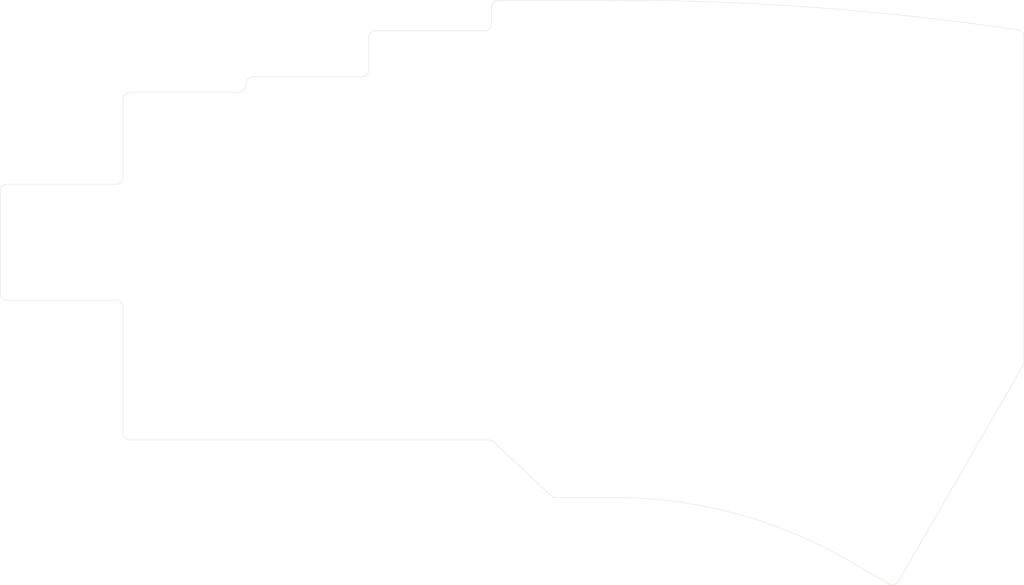
<source format=kicad_pcb>
(kicad_pcb (version 20171130) (host pcbnew "(5.1.10)-1")

  (general
    (thickness 1.6)
    (drawings 43)
    (tracks 0)
    (zones 0)
    (modules 5)
    (nets 1)
  )

  (page A4)
  (layers
    (0 F.Cu signal)
    (31 B.Cu signal)
    (32 B.Adhes user)
    (33 F.Adhes user)
    (34 B.Paste user)
    (35 F.Paste user)
    (36 B.SilkS user)
    (37 F.SilkS user)
    (38 B.Mask user)
    (39 F.Mask user)
    (40 Dwgs.User user)
    (41 Cmts.User user)
    (42 Eco1.User user)
    (43 Eco2.User user)
    (44 Edge.Cuts user)
    (45 Margin user)
    (46 B.CrtYd user)
    (47 F.CrtYd user)
    (48 B.Fab user)
    (49 F.Fab user)
  )

  (setup
    (last_trace_width 0.25)
    (trace_clearance 0.2)
    (zone_clearance 0.508)
    (zone_45_only no)
    (trace_min 0.2)
    (via_size 0.8)
    (via_drill 0.4)
    (via_min_size 0.4)
    (via_min_drill 0.3)
    (uvia_size 0.3)
    (uvia_drill 0.1)
    (uvias_allowed no)
    (uvia_min_size 0.2)
    (uvia_min_drill 0.1)
    (edge_width 0.05)
    (segment_width 0.2)
    (pcb_text_width 0.3)
    (pcb_text_size 1.5 1.5)
    (mod_edge_width 0.12)
    (mod_text_size 1 1)
    (mod_text_width 0.15)
    (pad_size 1.524 1.524)
    (pad_drill 0.762)
    (pad_to_mask_clearance 0)
    (aux_axis_origin 0 0)
    (grid_origin 104.958224 47.071539)
    (visible_elements FFFFFF7F)
    (pcbplotparams
      (layerselection 0x010fc_ffffffff)
      (usegerberextensions false)
      (usegerberattributes true)
      (usegerberadvancedattributes true)
      (creategerberjobfile true)
      (excludeedgelayer true)
      (linewidth 0.100000)
      (plotframeref false)
      (viasonmask false)
      (mode 1)
      (useauxorigin false)
      (hpglpennumber 1)
      (hpglpenspeed 20)
      (hpglpendiameter 15.000000)
      (psnegative false)
      (psa4output false)
      (plotreference true)
      (plotvalue true)
      (plotinvisibletext false)
      (padsonsilk false)
      (subtractmaskfromsilk false)
      (outputformat 1)
      (mirror false)
      (drillshape 0)
      (scaleselection 1)
      (outputdirectory "gerber"))
  )

  (net 0 "")

  (net_class Default "This is the default net class."
    (clearance 0.2)
    (trace_width 0.25)
    (via_dia 0.8)
    (via_drill 0.4)
    (uvia_dia 0.3)
    (uvia_drill 0.1)
  )

  (module dao-choc-ble:Hole_2.2mm (layer F.Cu) (tedit 60D8DE09) (tstamp 613EA320)
    (at 104.958224 47.071539)
    (fp_text reference REF** (at 0 0) (layer F.Fab) hide
      (effects (font (size 1 1) (thickness 0.15)))
    )
    (fp_text value Hole_2.2mm (at 0 0) (layer F.Fab) hide
      (effects (font (size 1 1) (thickness 0.15)))
    )
    (fp_circle (center 0 0) (end 0 -1.6) (layer F.CrtYd) (width 0.12))
    (fp_circle (center 0 0) (end 0 -1.6) (layer B.CrtYd) (width 0.12))
    (pad "" np_thru_hole circle (at 0 0 270) (size 2.2 2.2) (drill 2.2) (layers *.Cu *.Mask))
  )

  (module dao-choc-ble:Hole_2.2mm (layer F.Cu) (tedit 60D8DE09) (tstamp 613EA30E)
    (at 70.030923 39.969076)
    (fp_text reference REF** (at 0 0) (layer F.Fab) hide
      (effects (font (size 1 1) (thickness 0.15)))
    )
    (fp_text value Hole_2.2mm (at 0 0) (layer F.Fab) hide
      (effects (font (size 1 1) (thickness 0.15)))
    )
    (fp_circle (center 0 0) (end 0 -1.6) (layer B.CrtYd) (width 0.12))
    (fp_circle (center 0 0) (end 0 -1.6) (layer F.CrtYd) (width 0.12))
    (pad "" np_thru_hole circle (at 0 0 270) (size 2.2 2.2) (drill 2.2) (layers *.Cu *.Mask))
  )

  (module dao-choc-ble:Hole_2.2mm (layer F.Cu) (tedit 60D8DE09) (tstamp 613EA302)
    (at 90.292987 10.25)
    (fp_text reference REF** (at 0 0) (layer F.Fab) hide
      (effects (font (size 1 1) (thickness 0.15)))
    )
    (fp_text value Hole_2.2mm (at 0 0) (layer F.Fab) hide
      (effects (font (size 1 1) (thickness 0.15)))
    )
    (fp_circle (center 0 0) (end 0 -1.6) (layer F.CrtYd) (width 0.12))
    (fp_circle (center 0 0) (end 0 -1.6) (layer B.CrtYd) (width 0.12))
    (pad "" np_thru_hole circle (at 0 0 270) (size 2.2 2.2) (drill 2.2) (layers *.Cu *.Mask))
  )

  (module dao-choc-ble:Hole_2.2mm (layer F.Cu) (tedit 60D8DE09) (tstamp 613EA2F6)
    (at 17.707012 34)
    (fp_text reference REF** (at 0 0) (layer F.Fab) hide
      (effects (font (size 1 1) (thickness 0.15)))
    )
    (fp_text value Hole_2.2mm (at 0 0) (layer F.Fab) hide
      (effects (font (size 1 1) (thickness 0.15)))
    )
    (fp_circle (center 0 0) (end 0 -1.6) (layer B.CrtYd) (width 0.12))
    (fp_circle (center 0 0) (end 0 -1.6) (layer F.CrtYd) (width 0.12))
    (pad "" np_thru_hole circle (at 0 0 270) (size 2.2 2.2) (drill 2.2) (layers *.Cu *.Mask))
  )

  (module dao-choc-ble:Hole_2.2mm (layer F.Cu) (tedit 60D8DE09) (tstamp 613EA2EE)
    (at 17.707012 17)
    (fp_text reference REF** (at 0 0) (layer F.Fab) hide
      (effects (font (size 1 1) (thickness 0.15)))
    )
    (fp_text value Hole_2.2mm (at 0 0) (layer F.Fab) hide
      (effects (font (size 1 1) (thickness 0.15)))
    )
    (fp_circle (center 0 0) (end 0 -1.6) (layer F.CrtYd) (width 0.12))
    (fp_circle (center 0 0) (end 0 -1.6) (layer B.CrtYd) (width 0.12))
    (pad "" np_thru_hole circle (at 0 0 270) (size 2.2 2.2) (drill 2.2) (layers *.Cu *.Mask))
  )

  (gr_line (start 132 -8.138602) (end 132 39.608941) (layer Edge.Cuts) (width 0.05))
  (gr_arc (start 131 -8.138602) (end 132 -8.138602) (angle -81.54454215) (layer Edge.Cuts) (width 0.05))
  (gr_arc (start 71.999999 388.75) (end 131.14704 -9.127732) (angle -8.455457846) (layer Edge.Cuts) (width 0.05))
  (gr_line (start 55 -13.499999) (end 71.999999 -13.499999) (layer Edge.Cuts) (width 0.05))
  (gr_arc (start 55 -12.499999) (end 55 -13.499999) (angle -90) (layer Edge.Cuts) (width 0.05))
  (gr_line (start 54 -9.999999) (end 54 -12.499999) (layer Edge.Cuts) (width 0.05))
  (gr_arc (start 53 -9.999999) (end 53 -8.999999) (angle -90) (layer Edge.Cuts) (width 0.05))
  (gr_line (start 37 -8.999999) (end 53 -8.999999) (layer Edge.Cuts) (width 0.05))
  (gr_arc (start 37 -7.999999) (end 37 -8.999999) (angle -90) (layer Edge.Cuts) (width 0.05))
  (gr_line (start 36 -3.249999) (end 36 -7.999999) (layer Edge.Cuts) (width 0.05))
  (gr_arc (start 35 -3.249999) (end 35 -2.249999) (angle -90) (layer Edge.Cuts) (width 0.05))
  (gr_line (start 19 -2.249999) (end 35 -2.249999) (layer Edge.Cuts) (width 0.05))
  (gr_arc (start 19 -1.249999) (end 19 -2.249999) (angle -90) (layer Edge.Cuts) (width 0.05))
  (gr_line (start 18 -0.999999) (end 18 -1.249999) (layer Edge.Cuts) (width 0.05))
  (gr_arc (start 17 -1) (end 17 0) (angle -90) (layer Edge.Cuts) (width 0.05))
  (gr_line (start 1 0) (end 17 0) (layer Edge.Cuts) (width 0.05))
  (gr_arc (start 1 1) (end 1 0) (angle -90) (layer Edge.Cuts) (width 0.05))
  (gr_line (start 0 12.5) (end 0 1) (layer Edge.Cuts) (width 0.05))
  (gr_arc (start -0.999999 12.5) (end -0.999999 13.5) (angle -90) (layer Edge.Cuts) (width 0.05))
  (gr_line (start -16.999999 13.5) (end -0.999999 13.5) (layer Edge.Cuts) (width 0.05))
  (gr_arc (start -16.999999 14.5) (end -16.999999 13.5) (angle -90) (layer Edge.Cuts) (width 0.05))
  (gr_line (start -17.999999 29.499999) (end -17.999999 14.5) (layer Edge.Cuts) (width 0.05))
  (gr_arc (start -16.999999 29.499999) (end -17.999999 29.499999) (angle -90) (layer Edge.Cuts) (width 0.05))
  (gr_line (start -1 30.499999) (end -16.999999 30.5) (layer Edge.Cuts) (width 0.05))
  (gr_arc (start -1 31.499999) (end 0 31.5) (angle -90) (layer Edge.Cuts) (width 0.05))
  (gr_line (start 0 50) (end 0 31.5) (layer Edge.Cuts) (width 0.05))
  (gr_arc (start 0.999999 50) (end 0 50) (angle -90) (layer Edge.Cuts) (width 0.05))
  (gr_line (start 53.60453 51) (end 0.999999 51) (layer Edge.Cuts) (width 0.05))
  (gr_arc (start 53.60453 52) (end 54.288499 51.270489) (angle -43.15459993) (layer Edge.Cuts) (width 0.05))
  (gr_line (start 62.7115 59.167663) (end 54.288499 51.270489) (layer Edge.Cuts) (width 0.05))
  (gr_arc (start 63.395469 58.438152) (end 62.7115 59.167663) (angle -43.15459993) (layer Edge.Cuts) (width 0.05))
  (gr_line (start 72 59.438152) (end 63.395469 59.438152) (layer Edge.Cuts) (width 0.05))
  (gr_arc (start 71.999999 127.799939) (end 89.693332 61.767523) (angle -15) (layer Edge.Cuts) (width 0.05))
  (gr_arc (start 71.985294 127.854822) (end 105.74788 68.346895) (angle -14.56896589) (layer Edge.Cuts) (width 0.05))
  (gr_line (start 112.243071 72.096895) (end 105.74788 68.346895) (layer Edge.Cuts) (width 0.05))
  (gr_arc (start 112.743071 71.230869) (end 112.243071 72.096895) (angle -90) (layer Edge.Cuts) (width 0.05))
  (gr_line (start 131.866025 40.108941) (end 113.609096 71.730869) (layer Edge.Cuts) (width 0.05))
  (gr_arc (start 131 39.608941) (end 131.866025 40.108941) (angle -30) (layer Edge.Cuts) (width 0.05))
  (gr_circle (center 104.958224 47.071539) (end 102.858224 47.071539) (layer Eco1.User) (width 0.12))
  (gr_circle (center 70.030923 39.969076) (end 67.930923 39.969076) (layer Eco1.User) (width 0.12))
  (gr_circle (center 17.707012 17) (end 15.607012 17) (layer Eco1.User) (width 0.12))
  (gr_circle (center 17.707012 34) (end 15.607012 34) (layer Eco1.User) (width 0.12))
  (gr_circle (center 90.292987 10.25) (end 88.192987 10.25) (layer Eco1.User) (width 0.12))

)

</source>
